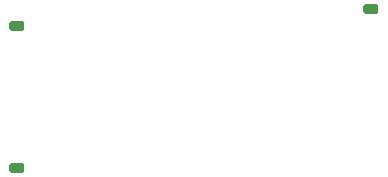
<source format=gbr>
%TF.GenerationSoftware,KiCad,Pcbnew,9.0.3*%
%TF.CreationDate,2025-09-15T08:34:33+02:00*%
%TF.ProjectId,TEST_creat_foder,54455354-5f63-4726-9561-745f666f6465,rev?*%
%TF.SameCoordinates,Original*%
%TF.FileFunction,Paste,Bot*%
%TF.FilePolarity,Positive*%
%FSLAX46Y46*%
G04 Gerber Fmt 4.6, Leading zero omitted, Abs format (unit mm)*
G04 Created by KiCad (PCBNEW 9.0.3) date 2025-09-15 08:34:33*
%MOMM*%
%LPD*%
G01*
G04 APERTURE LIST*
G04 Aperture macros list*
%AMRoundRect*
0 Rectangle with rounded corners*
0 $1 Rounding radius*
0 $2 $3 $4 $5 $6 $7 $8 $9 X,Y pos of 4 corners*
0 Add a 4 corners polygon primitive as box body*
4,1,4,$2,$3,$4,$5,$6,$7,$8,$9,$2,$3,0*
0 Add four circle primitives for the rounded corners*
1,1,$1+$1,$2,$3*
1,1,$1+$1,$4,$5*
1,1,$1+$1,$6,$7*
1,1,$1+$1,$8,$9*
0 Add four rect primitives between the rounded corners*
20,1,$1+$1,$2,$3,$4,$5,0*
20,1,$1+$1,$4,$5,$6,$7,0*
20,1,$1+$1,$6,$7,$8,$9,0*
20,1,$1+$1,$8,$9,$2,$3,0*%
G04 Aperture macros list end*
%ADD10RoundRect,0.115500X-0.519500X0.269500X-0.519500X-0.269500X0.519500X-0.269500X0.519500X0.269500X0*%
G04 APERTURE END LIST*
D10*
%TO.C,T2*%
X346442500Y-95660000D03*
X316442500Y-97160000D03*
X316442500Y-109160000D03*
%TD*%
M02*

</source>
